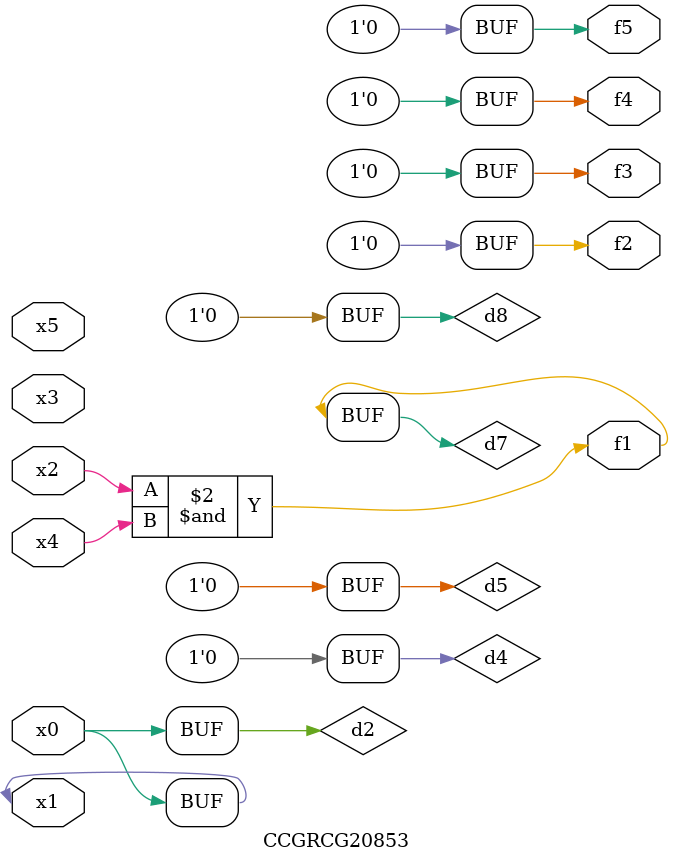
<source format=v>
module CCGRCG20853(
	input x0, x1, x2, x3, x4, x5,
	output f1, f2, f3, f4, f5
);

	wire d1, d2, d3, d4, d5, d6, d7, d8, d9;

	nand (d1, x1);
	buf (d2, x0, x1);
	nand (d3, x2, x4);
	and (d4, d1, d2);
	and (d5, d1, d2);
	nand (d6, d1, d3);
	not (d7, d3);
	xor (d8, d5);
	nor (d9, d5, d6);
	assign f1 = d7;
	assign f2 = d8;
	assign f3 = d8;
	assign f4 = d8;
	assign f5 = d8;
endmodule

</source>
